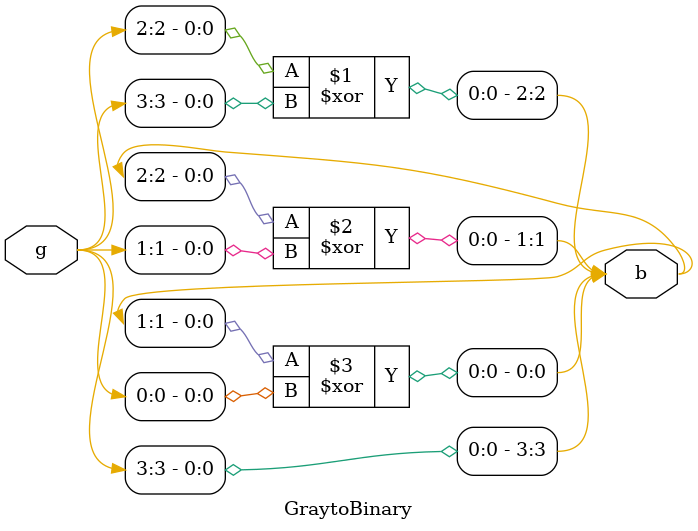
<source format=v>
`timescale 1ns / 1ps


module GraytoBinary(output [3:0]b, input [3:0]g);
assign b[3] = g[3];
assign b[2] = g[2]^b[3];
assign b[1] = b[2]^g[1];
assign b[0] = b[1]^g[0]; 
endmodule

</source>
